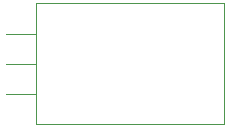
<source format=gbo>
G04 #@! TF.GenerationSoftware,KiCad,Pcbnew,(5.1.6)-1*
G04 #@! TF.CreationDate,2022-01-03T12:19:35+01:00*
G04 #@! TF.ProjectId,CURSO_PCB_DRONE,43555253-4f5f-4504-9342-5f44524f4e45,rev?*
G04 #@! TF.SameCoordinates,Original*
G04 #@! TF.FileFunction,Legend,Bot*
G04 #@! TF.FilePolarity,Positive*
%FSLAX46Y46*%
G04 Gerber Fmt 4.6, Leading zero omitted, Abs format (unit mm)*
G04 Created by KiCad (PCBNEW (5.1.6)-1) date 2022-01-03 12:19:35*
%MOMM*%
%LPD*%
G01*
G04 APERTURE LIST*
%ADD10C,0.120000*%
%ADD11C,3.300000*%
%ADD12C,1.252000*%
%ADD13O,1.800000X1.800000*%
%ADD14R,1.800000X1.800000*%
%ADD15C,0.700000*%
%ADD16O,1.200000X2.500000*%
%ADD17C,5.600000*%
%ADD18C,1.600000*%
%ADD19C,2.462200*%
%ADD20C,2.652700*%
%ADD21C,5.616000*%
%ADD22R,5.616000X5.616000*%
%ADD23C,2.100000*%
%ADD24C,2.000000*%
%ADD25R,2.000000X2.000000*%
%ADD26O,2.100000X2.005000*%
%ADD27R,2.100000X2.005000*%
%ADD28O,3.600000X3.600000*%
G04 APERTURE END LIST*
D10*
X153420000Y-96860000D02*
X150880000Y-96860000D01*
X153420000Y-99400000D02*
X150880000Y-99400000D01*
X153420000Y-101940000D02*
X150880000Y-101940000D01*
X169310000Y-94280000D02*
X153420000Y-94280000D01*
X169310000Y-104520000D02*
X153420000Y-104520000D01*
X169310000Y-104520000D02*
X169310000Y-94280000D01*
X153420000Y-104520000D02*
X153420000Y-94280000D01*
%LPC*%
D11*
X143408820Y-99284860D03*
X143408820Y-79284860D03*
X179416820Y-104534860D03*
X179416820Y-74034860D03*
X82408820Y-73784860D03*
X82408820Y-104784860D03*
D12*
X179806600Y-67144900D03*
D13*
X109792520Y-86063400D03*
X112332520Y-86063400D03*
X114872520Y-86063400D03*
D14*
X117412520Y-86063400D03*
D12*
X85864700Y-71615300D03*
X179816760Y-111650780D03*
D15*
X136780000Y-69410000D03*
X140780000Y-69410000D03*
D16*
X135955000Y-67310000D03*
X141605000Y-67310000D03*
X130845000Y-67360000D03*
X125195000Y-67360000D03*
D15*
X130020000Y-69460000D03*
X126020000Y-69460000D03*
D17*
X150703280Y-110058200D03*
X150510240Y-68742560D03*
X166400480Y-110042960D03*
X166364920Y-68737480D03*
X173868080Y-68722240D03*
X173908720Y-110058200D03*
X158190000Y-110040000D03*
X158020000Y-68750000D03*
D13*
X81445100Y-94576900D03*
X83985100Y-94576900D03*
X81445100Y-97116900D03*
X83985100Y-97116900D03*
X81445100Y-99656900D03*
D14*
X83985100Y-99656900D03*
D18*
X142860000Y-93190000D03*
X142860000Y-90650000D03*
X142860000Y-88110000D03*
X142860000Y-85570000D03*
D11*
X143360000Y-99380000D03*
X143360000Y-79380000D03*
X166360000Y-79380000D03*
X166360000Y-99380000D03*
D14*
X114886740Y-89042240D03*
D13*
X112346740Y-89042240D03*
X109806740Y-89042240D03*
X119793100Y-109388240D03*
X122333100Y-109388240D03*
X124873100Y-109388240D03*
X127413100Y-109388240D03*
X129953100Y-109388240D03*
D14*
X132493100Y-109388240D03*
X133256020Y-87924640D03*
D13*
X135796020Y-87924640D03*
X138336020Y-87924640D03*
D14*
X133256020Y-93243400D03*
D13*
X135796020Y-93243400D03*
X138336020Y-93243400D03*
X119778780Y-112171480D03*
X122318780Y-112171480D03*
X124858780Y-112171480D03*
D14*
X127398780Y-112171480D03*
D13*
X138341100Y-90586560D03*
X135801100Y-90586560D03*
D14*
X133261100Y-90586560D03*
D13*
X138330940Y-95905320D03*
X135790940Y-95905320D03*
D14*
X133250940Y-95905320D03*
D19*
X90880000Y-71170000D03*
D20*
X93420000Y-68630000D03*
X88340000Y-68630000D03*
X88340000Y-73710000D03*
X93420000Y-73710000D03*
D21*
X177620000Y-93290000D03*
D22*
X177620000Y-86090000D03*
D23*
X110985300Y-105906500D03*
X110985300Y-112406500D03*
X106982260Y-112414120D03*
X106982260Y-105914120D03*
X115011200Y-105893800D03*
X115011200Y-112393800D03*
D24*
X154524700Y-75285600D03*
X157024700Y-75285600D03*
D25*
X159524700Y-75285600D03*
D26*
X149730000Y-96860000D03*
X149730000Y-99400000D03*
D27*
X149730000Y-101940000D03*
D28*
X166390000Y-99400000D03*
D14*
X133271260Y-85257640D03*
D13*
X133271260Y-82717640D03*
X135811260Y-85257640D03*
X135811260Y-82717640D03*
X138351260Y-85257640D03*
X138351260Y-82717640D03*
D14*
X142867380Y-112161320D03*
D13*
X140327380Y-112161320D03*
X137787380Y-112161320D03*
X135247380Y-112161320D03*
X132707380Y-112161320D03*
X130167380Y-112161320D03*
D14*
X142887700Y-109392720D03*
D13*
X140347700Y-109392720D03*
X137807700Y-109392720D03*
X135267700Y-109392720D03*
M02*

</source>
